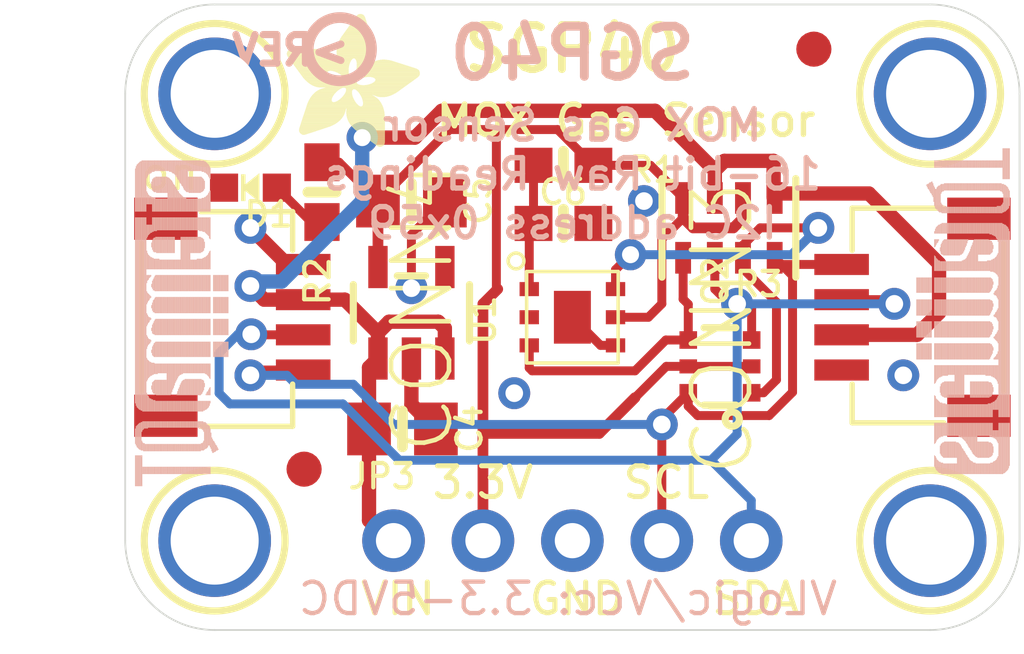
<source format=kicad_pcb>
(kicad_pcb (version 20211014) (generator pcbnew)
  (layers (0 "F.Cu" signal) (31 "B.Cu" signal) (34 "B.Paste" user) (35 "F.Paste" user) (36 "B.SilkS" user "B.Silkscreen") (37 "F.SilkS" user "F.Silkscreen") (38 "B.Mask" user) (39 "F.Mask" user) (44 "Edge.Cuts" user))
  (net 0 "")
  (net 1 "GND")
  (net 2 "SDA")
  (net 3 "SCL")
  (net 4 "SCL_LV")
  (net 5 "SDA_LV")
  (net 6 "VCC")
  (net 7 "N$1")
  (net 8 "3.3V")
  (net 9 "SENSOR_VDD")
  (footprint "boardEagle:0603-NO" (layer "F.Cu") (at 148.2471 100.6856)
    (fp_text reference "R1" (at 1.778 0.127) (layer "F.SilkS") (effects (font (size 0.692831 0.692831) (thickness 0.119969)) (justify left)))
    (fp_text value "4.7ohm")
    (pad "1" smd rect (at -0.85 0) (size 1.075 1) (layers "F.Cu" "F.Paste" "F.Mask") (net 9 "SENSOR_VDD"))
    (pad "2" smd rect (at 0.85 0) (size 1.075 1) (layers "F.Cu" "F.Paste" "F.Mask") (net 8 "3.3V"))
  )
  (footprint "boardEagle:RESPACK_4X0603" (layer "F.Cu") (at 152.9461 102.4636 180)
    (fp_text reference "R3" (at -1.6 -1.6) (layer "F.SilkS") (effects (font (size 0.692831 0.692831) (thickness 0.119969)) (justify right)))
    (fp_text value "10K")
    (pad "1" smd rect (at -1.3 0.85 180) (size 0.45 0.9) (layers "F.Cu" "F.Paste" "F.Mask") (net 6 "VCC"))
    (pad "2" smd rect (at -0.4 0.85 180) (size 0.45 0.9) (layers "F.Cu" "F.Paste" "F.Mask") (net 8 "3.3V"))
    (pad "3" smd rect (at 0.4 0.85 180) (size 0.45 0.9) (layers "F.Cu" "F.Paste" "F.Mask") (net 6 "VCC"))
    (pad "4" smd rect (at 1.3 0.85 180) (size 0.45 0.9) (layers "F.Cu" "F.Paste" "F.Mask") (net 8 "3.3V"))
    (pad "5" smd rect (at 1.3 -0.85 180) (size 0.45 0.9) (layers "F.Cu" "F.Paste" "F.Mask") (net 5 "SDA_LV"))
    (pad "6" smd rect (at 0.4 -0.85 180) (size 0.45 0.9) (layers "F.Cu" "F.Paste" "F.Mask") (net 2 "SDA"))
    (pad "7" smd rect (at -0.4 -0.85 180) (size 0.45 0.9) (layers "F.Cu" "F.Paste" "F.Mask") (net 4 "SCL_LV"))
    (pad "8" smd rect (at -1.3 -0.85 180) (size 0.45 0.9) (layers "F.Cu" "F.Paste" "F.Mask") (net 3 "SCL"))
  )
  (footprint "boardEagle:0603-NO" (layer "F.Cu") (at 148.2471 102.3366)
    (fp_text reference "C6" (at -0.762 -0.889) (layer "F.SilkS") (effects (font (size 0.692831 0.692831) (thickness 0.119969)) (justify left)))
    (fp_text value "0.1uF")
    (pad "1" smd rect (at -0.85 0) (size 1.075 1) (layers "F.Cu" "F.Paste" "F.Mask") (net 9 "SENSOR_VDD"))
    (pad "2" smd rect (at 0.85 0) (size 1.075 1) (layers "F.Cu" "F.Paste" "F.Mask") (net 1 "GND"))
  )
  (footprint "boardEagle:SOT363" (layer "F.Cu") (at 152.6921 106.4006 90)
    (fp_text reference "Q2" (at 1.651 -0.127 90) (layer "F.SilkS") (effects (font (size 0.692831 0.692831) (thickness 0.119969)) (justify left)))
    (fp_text value "BSS138")
    (pad "1" smd rect (at -0.75 0.9 90) (size 0.5 0.5) (layers "F.Cu" "F.Paste" "F.Mask") (net 4 "SCL_LV"))
    (pad "2" smd rect (at 0 0.9 90) (size 0.4 0.5) (layers "F.Cu" "F.Paste" "F.Mask") (net 8 "3.3V"))
    (pad "3" smd rect (at 0.75 0.9 90) (size 0.5 0.5) (layers "F.Cu" "F.Paste" "F.Mask") (net 2 "SDA"))
    (pad "4" smd rect (at 0.75 -0.9 90) (size 0.5 0.5) (layers "F.Cu" "F.Paste" "F.Mask") (net 5 "SDA_LV"))
    (pad "5" smd rect (at 0 -0.9 90) (size 0.4 0.5) (layers "F.Cu" "F.Paste" "F.Mask") (net 8 "3.3V"))
    (pad "6" smd rect (at -0.75 -0.9 90) (size 0.5 0.5) (layers "F.Cu" "F.Paste" "F.Mask") (net 3 "SCL"))
  )
  (footprint "boardEagle:MOUNTINGHOLE_2.5_PLATED" (layer "F.Cu") (at 158.6611 111.3536)
    (fp_text reference "U$32" hide)
    (fp_text value "MOUNTINGHOLE2.5" hide)
    (pad "P$1" thru_hole circle (at 0 0) (size 3.2 3.2) (drill 2.5) (layers *.Cu *.Mask))
  )
  (footprint "boardEagle:JST_SH4" (layer "F.Cu") (at 138.3411 105.0036 -90)
    (fp_text reference "CONN4" (at -4.6 -5.9 90) (layer "F.SilkS") (effects (font (size 1.647139 1.647139) (thickness 0.130861)) (justify right)))
    (fp_text value "STEMMA_I2C_QT" hide)
    (pad "1" smd rect (at -1.5 -2.514) (size 1.55 0.6) (layers "F.Cu" "F.Paste" "F.Mask") (net 1 "GND"))
    (pad "2" smd rect (at -0.5 -2.514) (size 1.55 0.6) (layers "F.Cu" "F.Paste" "F.Mask") (net 6 "VCC"))
    (pad "3" smd rect (at 0.5 -2.514) (size 1.55 0.6) (layers "F.Cu" "F.Paste" "F.Mask") (net 2 "SDA"))
    (pad "4" smd rect (at 1.5 -2.514) (size 1.55 0.6) (layers "F.Cu" "F.Paste" "F.Mask") (net 3 "SCL"))
    (pad "MT1" smd rect (at -2.8 1.386) (size 1.8 1.2) (layers "F.Cu" "F.Paste" "F.Mask") (net 1 "GND"))
    (pad "MT2" smd rect (at 2.8 1.386) (size 1.8 1.2) (layers "F.Cu" "F.Paste" "F.Mask") (net 1 "GND"))
  )
  (footprint "boardEagle:SGP30" (layer "F.Cu") (at 148.5011 105.0036)
    (fp_text reference "X1" hide)
    (fp_text value "SGP40" hide)
    (pad "1" smd rect (at -1.225 -0.8) (size 0.55 0.4) (layers "F.Cu" "F.Paste" "F.Mask") (net 9 "SENSOR_VDD"))
    (pad "2" smd rect (at -1.225 0) (size 0.55 0.4) (layers "F.Cu" "F.Paste" "F.Mask") (net 1 "GND"))
    (pad "3" smd rect (at -1.225 0.8) (size 0.55 0.4) (layers "F.Cu" "F.Paste" "F.Mask") (net 5 "SDA_LV"))
    (pad "4" smd rect (at 1.225 0.8) (size 0.55 0.4) (layers "F.Cu" "F.Paste" "F.Mask") (net 1 "GND"))
    (pad "5" smd rect (at 1.225 0) (size 0.55 0.4) (layers "F.Cu" "F.Paste" "F.Mask") (net 8 "3.3V"))
    (pad "6" smd rect (at 1.225 -0.8) (size 0.55 0.4) (layers "F.Cu" "F.Paste" "F.Mask") (net 4 "SCL_LV"))
    (pad "P$7" smd rect (at 0 0) (size 1.05 1.5) (layers "F.Cu" "F.Paste" "F.Mask") (net 1 "GND"))
  )
  (footprint "boardEagle:JST_SH4" (layer "F.Cu") (at 158.6611 105.0036 90)
    (fp_text reference "CONN3" (at -4.6 -5.9 90) (layer "F.SilkS") (effects (font (size 1.647139 1.647139) (thickness 0.130861)) (justify left)))
    (fp_text value "STEMMA_I2C_QT" hide)
    (pad "1" smd rect (at -1.5 -2.514 180) (size 1.55 0.6) (layers "F.Cu" "F.Paste" "F.Mask") (net 1 "GND"))
    (pad "2" smd rect (at -0.5 -2.514 180) (size 1.55 0.6) (layers "F.Cu" "F.Paste" "F.Mask") (net 6 "VCC"))
    (pad "3" smd rect (at 0.5 -2.514 180) (size 1.55 0.6) (layers "F.Cu" "F.Paste" "F.Mask") (net 2 "SDA"))
    (pad "4" smd rect (at 1.5 -2.514 180) (size 1.55 0.6) (layers "F.Cu" "F.Paste" "F.Mask") (net 3 "SCL"))
    (pad "MT1" smd rect (at -2.8 1.386 180) (size 1.8 1.2) (layers "F.Cu" "F.Paste" "F.Mask") (net 1 "GND"))
    (pad "MT2" smd rect (at 2.8 1.386 180) (size 1.8 1.2) (layers "F.Cu" "F.Paste" "F.Mask") (net 1 "GND"))
  )
  (footprint "boardEagle:0603-NO" (layer "F.Cu") (at 141.3891 101.4476 -90)
    (fp_text reference "R2" (at 1.778 0.127 90) (layer "F.SilkS") (effects (font (size 0.692831 0.692831) (thickness 0.119969)) (justify right)))
    (fp_text value "10K")
    (pad "1" smd rect (at -0.85 0 270) (size 1.075 1) (layers "F.Cu" "F.Paste" "F.Mask") (net 8 "3.3V"))
    (pad "2" smd rect (at 0.85 0 270) (size 1.075 1) (layers "F.Cu" "F.Paste" "F.Mask") (net 7 "N$1"))
  )
  (footprint "boardEagle:MOUNTINGHOLE_2.5_PLATED" (layer "F.Cu") (at 158.6611 98.6536)
    (fp_text reference "U$29" hide)
    (fp_text value "MOUNTINGHOLE2.5" hide)
    (pad "P$1" thru_hole circle (at 0 0) (size 3.2 3.2) (drill 2.5) (layers *.Cu *.Mask))
  )
  (footprint "boardEagle:1X05_ROUND_70" (layer "F.Cu") (at 148.5011 111.3536)
    (fp_text reference "JP3" (at -6.4262 -1.8288) (layer "F.SilkS") (effects (font (size 0.692831 0.692831) (thickness 0.119969)) (justify left)))
    (fp_text value "")
    (pad "1" thru_hole circle (at -5.08 0 90) (size 1.778 1.778) (drill 1) (layers *.Cu *.Mask) (net 6 "VCC"))
    (pad "2" thru_hole circle (at -2.54 0 90) (size 1.778 1.778) (drill 1) (layers *.Cu *.Mask) (net 8 "3.3V"))
    (pad "3" thru_hole circle (at 0 0 90) (size 1.778 1.778) (drill 1) (layers *.Cu *.Mask) (net 1 "GND"))
    (pad "4" thru_hole circle (at 2.54 0 90) (size 1.778 1.778) (drill 1) (layers *.Cu *.Mask) (net 3 "SCL"))
    (pad "5" thru_hole circle (at 5.08 0 90) (size 1.778 1.778) (drill 1) (layers *.Cu *.Mask) (net 2 "SDA"))
  )
  (footprint "boardEagle:CHIPLED_0603_NOOUTLINE" (layer "F.Cu") (at 139.3571 101.3206 90)
    (fp_text reference "D1" (at -0.762 1.27) (layer "F.SilkS") (effects (font (size 0.692831 0.692831) (thickness 0.119969)) (justify right)))
    (fp_text value "Green")
    (pad "A" smd rect (at 0 0.75 90) (size 0.8 0.8) (layers "F.Cu" "F.Paste" "F.Mask") (net 7 "N$1"))
    (pad "C" smd rect (at 0 -0.75 90) (size 0.8 0.8) (layers "F.Cu" "F.Paste" "F.Mask") (net 1 "GND"))
  )
  (footprint "boardEagle:FIDUCIAL_1MM" (layer "F.Cu") (at 155.3591 97.3836)
    (fp_text reference "FID4" hide)
    (fp_text value "FIDUCIAL_1MM" hide)
    (pad "1" smd roundrect (at 0 0) (size 1 1) (layers "F.Cu" "F.Mask") (roundrect_rratio 0.5))
  )
  (footprint "boardEagle:ADAFRUIT_3.5MM" (layer "F.Cu") (at 140.3731 100.1776)
    (fp_text reference "U$34" hide)
    (fp_text value "" hide)
  )
  (footprint "boardEagle:0805-NO" (layer "F.Cu") (at 143.9291 101.7016)
    (fp_text reference "C5" (at 1.905 -0.762 90) (layer "F.SilkS") (effects (font (size 0.692831 0.692831) (thickness 0.119969)) (justify right)))
    (fp_text value "10uF")
    (pad "1" smd rect (at -0.95 0) (size 1.24 1.5) (layers "F.Cu" "F.Paste" "F.Mask") (net 8 "3.3V"))
    (pad "2" smd rect (at 0.95 0) (size 1.24 1.5) (layers "F.Cu" "F.Paste" "F.Mask") (net 1 "GND"))
  )
  (footprint "boardEagle:0805-NO" (layer "F.Cu") (at 143.6751 108.1786)
    (fp_text reference "C4" (at 1.905 -0.762 90) (layer "F.SilkS") (effects (font (size 0.692831 0.692831) (thickness 0.119969)) (justify right)))
    (fp_text value "10uF")
    (pad "1" smd rect (at -0.95 0) (size 1.24 1.5) (layers "F.Cu" "F.Paste" "F.Mask") (net 6 "VCC"))
    (pad "2" smd rect (at 0.95 0) (size 1.24 1.5) (layers "F.Cu" "F.Paste" "F.Mask") (net 1 "GND"))
  )
  (footprint "boardEagle:SOT23-5" (layer "F.Cu") (at 143.9291 104.8766)
    (fp_text reference "U1" (at 2.032 -0.562 90) (layer "F.SilkS") (effects (font (size 0.692831 0.692831) (thickness 0.119969)) (justify right)))
    (fp_text value "AP2112-3.3K")
    (pad "1" smd rect (at -0.95 1.3001) (size 0.55 1.2) (layers "F.Cu" "F.Paste" "F.Mask") (net 6 "VCC"))
    (pad "2" smd rect (at 0 1.3001) (size 0.55 1.2) (layers "F.Cu" "F.Paste" "F.Mask") (net 1 "GND"))
    (pad "3" smd rect (at 0.95 1.3001) (size 0.55 1.2) (layers "F.Cu" "F.Paste" "F.Mask") (net 6 "VCC"))
    (pad "4" smd rect (at 0.95 -1.3001) (size 0.55 1.2) (layers "F.Cu" "F.Paste" "F.Mask"))
    (pad "5" smd rect (at -0.95 -1.3001) (size 0.55 1.2) (layers "F.Cu" "F.Paste" "F.Mask") (net 8 "3.3V"))
  )
  (footprint "boardEagle:FIDUCIAL_1MM" (layer "F.Cu") (at 140.8811 109.3216)
    (fp_text reference "FID3" hide)
    (fp_text value "FIDUCIAL_1MM" hide)
    (pad "1" smd roundrect (at 0 0) (size 1 1) (layers "F.Cu" "F.Mask") (roundrect_rratio 0.5))
  )
  (footprint "boardEagle:MOUNTINGHOLE_2.5_PLATED" (layer "F.Cu") (at 138.3411 98.6536)
    (fp_text reference "U$28" hide)
    (fp_text value "MOUNTINGHOLE2.5" hide)
    (pad "P$1" thru_hole circle (at 0 0) (size 3.2 3.2) (drill 2.5) (layers *.Cu *.Mask))
  )
  (footprint "boardEagle:MOUNTINGHOLE_2.5_PLATED" (layer "F.Cu") (at 138.3411 111.3536)
    (fp_text reference "U$31" hide)
    (fp_text value "MOUNTINGHOLE2.5" hide)
    (pad "P$1" thru_hole circle (at 0 0) (size 3.2 3.2) (drill 2.5) (layers *.Cu *.Mask))
  )
  (footprint "boardEagle:PCBFEAT-REV-040" (layer "B.Cu") (at 141.8971 97.3836 180)
    (fp_text reference "U$35" hide)
    (fp_text value "" hide)
    (fp_text user ">REV" (at -0.3556 -0.508) (layer "B.SilkS") (effects (font (size 0.8128 0.8128) (thickness 0.2032)) (justify left bottom mirror)))
  )
  (footprint "boardEagle:STEMMAQT" (layer "B.Cu") (at 158.2801 109.4486 90)
    (fp_text reference "U$36" hide)
    (fp_text value "" hide)
  )
  (footprint "boardEagle:STEMMAQT" (layer "B.Cu") (at 138.7221 100.5586 -90)
    (fp_text reference "U$37" hide)
    (fp_text value "" hide)
  )
  (gr_line (start 158.6611 96.1136) (end 138.3411 96.1136) (layer "Edge.Cuts") (width 0.05))
  (gr_line (start 135.8011 98.6536) (end 135.8011 111.3536) (layer "Edge.Cuts") (width 0.05))
  (gr_line (start 138.3411 113.8936) (end 158.6611 113.8936) (layer "Edge.Cuts") (width 0.05))
  (gr_arc (start 138.3411 113.8936) (mid 136.545049 113.149651) (end 135.8011 111.3536) (layer "Edge.Cuts") (width 0.05))
  (gr_arc (start 158.6611 96.1136) (mid 160.457151 96.857549) (end 161.2011 98.6536) (layer "Edge.Cuts") (width 0.05))
  (gr_line (start 161.2011 111.3536) (end 161.2011 98.6536) (layer "Edge.Cuts") (width 0.05))
  (gr_arc (start 135.8011 98.6536) (mid 136.545049 96.857549) (end 138.3411 96.1136) (layer "Edge.Cuts") (width 0.05))
  (gr_arc (start 161.2011 111.3536) (mid 160.457151 113.149651) (end 158.6611 113.8936) (layer "Edge.Cuts") (width 0.05))
  (gr_text "MOX Gas Sensor\n16-bit Raw Readings\nI2C address 0x59" (at 148.5011 100.9396) (layer "B.SilkS") (effects (font (size 0.8636 0.8636) (thickness 0.1524)) (justify mirror)))
  (gr_text "SGP40" (at 148.5011 97.5106) (layer "B.SilkS") (effects (font (size 1.42494 1.42494) (thickness 0.25146)) (justify mirror)))
  (gr_text "VLogic/Vcc: 3.3-5VDC" (at 148.3741 113.0046) (layer "B.SilkS") (effects (font (size 0.89408 0.89408) (thickness 0.12192)) (justify mirror)))
  (gr_text "SDA" (at 153.7081 113.0046) (layer "F.SilkS") (effects (font (size 0.87376 0.87376) (thickness 0.14224))))
  (gr_text "MOX Gas Sensor" (at 150.0251 99.4156) (layer "F.SilkS") (effects (font (size 0.8636 0.8636) (thickness 0.1524))))
  (gr_text "GND" (at 148.6281 113.0046) (layer "F.SilkS") (effects (font (size 0.87376 0.87376) (thickness 0.14224))))
  (gr_text "on" (at 136.1821 101.4476) (layer "F.SilkS") (effects (font (size 0.89408 0.89408) (thickness 0.12192)) (justify left bottom)))
  (gr_text "3.3V" (at 145.9611 109.7026) (layer "F.SilkS") (effects (font (size 0.87376 0.87376) (thickness 0.14224))))
  (gr_text "SCL" (at 151.1681 109.7026) (layer "F.SilkS") (effects (font (size 0.87376 0.87376) (thickness 0.14224))))
  (gr_text "VIN" (at 143.5481 113.0046) (layer "F.SilkS") (effects (font (size 0.87376 0.87376) (thickness 0.14224))))
  (gr_text "SGP40" (at 148.5011 97.3836) (layer "F.SilkS") (effects (font (size 1.25222 1.25222) (thickness 0.22098))))
  (segment (start 144.8791 101.7016) (end 143.9291 102.6516) (width 0.254) (layer "F.Cu") (net 1))
  (segment (start 149.3011 105.8036) (end 148.5011 105.0036) (width 0.254) (layer "F.Cu") (net 1))
  (segment (start 140.3971 103.5036) (end 139.3571 102.4636) (width 0.4064) (layer "F.Cu") (net 1))
  (segment (start 144.6251 108.1786) (end 143.9291 107.4826) (width 0.4064) (layer "F.Cu") (net 1))
  (segment (start 143.9291 106.1767) (end 143.9291 107.4826) (width 0.4064) (layer "F.Cu") (net 1))
  (segment (start 140.8551 103.5036) (end 140.3971 103.5036) (width 0.4064) (layer "F.Cu") (net 1))
  (segment (start 149.7261 105.8036) (end 149.3011 105.8036) (width 0.254) (layer "F.Cu") (net 1))
  (segment (start 143.9291 102.6516) (end 143.9291 104.1781) (width 0.254) (layer "F.Cu") (net 1))
  (via (at 143.9291 104.1781) (size 0.9064) (drill 0.5) (layers "F.Cu" "B.Cu") (net 1))
  (via (at 139.3571 102.4636) (size 0.9064) (drill 0.5) (layers "F.Cu" "B.Cu") (net 1))
  (via (at 146.8501 107.1626) (size 0.9064) (drill 0.5) (layers "F.Cu" "B.Cu") (net 1))
  (via (at 150.5331 101.7016) (size 0.9064) (drill 0.5) (layers "F.Cu" "B.Cu") (net 1))
  (via (at 157.8991 106.6546) (size 0.9064) (drill 0.5) (layers "F.Cu" "B.Cu") (net 1))
  (segment (start 156.1471 104.5036) (end 157.5261 104.5036) (width 0.254) (layer "F.Cu") (net 2))
  (segment (start 140.8551 105.5036) (end 139.379706 105.5036) (width 0.254) (layer "F.Cu") (net 2))
  (segment (start 139.379706 105.5036) (end 139.379706 105.488994) (width 0.254) (layer "F.Cu") (net 2))
  (segment (start 152.5461 103.3136) (end 152.5461 104.2026) (width 0.254) (layer "F.Cu") (net 2))
  (segment (start 152.9661 104.6226) (end 153.1811 104.6226) (width 0.254) (layer "F.Cu") (net 2))
  (segment (start 153.5921 104.7616) (end 153.1811 104.7616) (width 0.254) (layer "F.Cu") (net 2))
  (segment (start 153.1811 104.6226) (end 153.1811 104.7616) (width 0.254) (layer "F.Cu") (net 2))
  (segment (start 153.5921 104.7616) (end 153.5921 105.6506) (width 0.254) (layer "F.Cu") (net 2))
  (segment (start 152.9661 104.6226) (end 152.5461 104.2026) (width 0.254) (layer "F.Cu") (net 2))
  (segment (start 157.5261 104.5036) (end 157.6451 104.6226) (width 0.254) (layer "F.Cu") (net 2))
  (via (at 139.379706 105.488994) (size 0.9064) (drill 0.5) (layers "F.Cu" "B.Cu") (net 2))
  (via (at 157.6451 104.6226) (size 0.9064) (drill 0.5) (layers "F.Cu" "B.Cu") (net 2))
  (via (at 153.1811 104.6226) (size 0.9064) (drill 0.5) (layers "F.Cu" "B.Cu") (net 2))
  (segment (start 138.998706 105.488994) (end 138.4681 106.0196) (width 0.254) (layer "B.Cu") (net 2))
  (segment (start 143.5832 109.0676) (end 152.4381 109.0676) (width 0.254) (layer "B.Cu") (net 2))
  (segment (start 157.6451 104.6226) (end 153.1811 104.6226) (width 0.254) (layer "B.Cu") (net 2))
  (segment (start 153.1811 104.6226) (end 153.1811 108.3246) (width 0.254) (layer "B.Cu") (net 2))
  (segment (start 141.983 107.4674) (end 143.5832 109.0676) (width 0.254) (layer "B.Cu") (net 2))
  (segment (start 139.379706 105.488994) (end 138.998706 105.488994) (width 0.254) (layer "B.Cu") (net 2))
  (segment (start 138.4681 107.1626) (end 138.7729 107.4674) (width 0.254) (layer "B.Cu") (net 2))
  (segment (start 153.5811 111.3536) (end 153.5811 110.2106) (width 0.254) (layer "B.Cu") (net 2))
  (segment (start 153.5811 110.2106) (end 152.4381 109.0676) (width 0.254) (layer "B.Cu") (net 2))
  (segment (start 153.1811 108.3246) (end 152.4381 109.0676) (width 0.254) (layer "B.Cu") (net 2))
  (segment (start 138.4681 106.0196) (end 138.4681 107.1626) (width 0.254) (layer "B.Cu") (net 2))
  (segment (start 138.7729 107.4674) (end 141.983 107.4674) (width 0.254) (layer "B.Cu") (net 2))
  (segment (start 140.8551 106.5036) (end 139.5081 106.5036) (width 0.254) (layer "F.Cu") (net 3))
  (segment (start 154.2461 103.3136) (end 154.7541 103.8216) (width 0.254) (layer "F.Cu") (net 3))
  (segment (start 151.7916 107.5321) (end 151.7916 107.1511) (width 0.254) (layer "F.Cu") (net 3))
  (segment (start 152.0571 107.7976) (end 151.7916 107.5321) (width 0.254) (layer "F.Cu") (net 3))
  (segment (start 139.5081 106.5036) (end 139.3571 106.6546) (width 0.254) (layer "F.Cu") (net 3))
  (segment (start 154.7541 107.1326) (end 154.0891 107.7976) (width 0.254) (layer "F.Cu") (net 3))
  (segment (start 154.0891 107.7976) (end 152.0571 107.7976) (width 0.254) (layer "F.Cu") (net 3))
  (segment (start 151.0411 111.3536) (end 151.0411 111.0996) (width 0.3048) (layer "F.Cu") (net 3))
  (segment (start 151.0411 111.0996) (end 151.0411 108.0516) (width 0.254) (layer "F.Cu") (net 3))
  (segment (start 151.7921 107.1506) (end 151.0411 107.9016) (width 0.254) (layer "F.Cu") (net 3))
  (segment (start 154.7541 103.8216) (end 154.7541 107.1326) (width 0.254) (layer "F.Cu") (net 3))
  (segment (start 156.1471 103.5036) (end 154.4361 103.5036) (width 0.254) (layer "F.Cu") (net 3))
  (segment (start 151.7921 107.1506) (end 151.7916 107.1511) (width 0.254) (layer "F.Cu") (net 3))
  (segment (start 151.0411 107.9016) (end 151.0411 108.0516) (width 0.254) (layer "F.Cu") (net 3))
  (segment (start 154.4361 103.5036) (end 154.2461 103.3136) (width 0.254) (layer "F.Cu") (net 3))
  (via (at 151.0411 108.0516) (size 0.9064) (drill 0.5) (layers "F.Cu" "B.Cu") (net 3))
  (via (at 139.3571 106.6546) (size 0.9064) (drill 0.5) (layers "F.Cu" "B.Cu") (net 3))
  (segment (start 139.3571 106.6546) (end 140.396262 106.6546) (width 0.254) (layer "B.Cu") (net 3))
  (segment (start 142.2781 106.9086) (end 140.650262 106.9086) (width 0.254) (layer "B.Cu") (net 3))
  (segment (start 151.0411 108.0516) (end 143.4211 108.0516) (width 0.254) (layer "B.Cu") (net 3))
  (segment (start 143.4211 108.0516) (end 142.2781 106.9086) (width 0.254) (layer "B.Cu") (net 3))
  (segment (start 140.396262 106.6546) (end 140.650262 106.9086) (width 0.254) (layer "B.Cu") (net 3))
  (segment (start 154.2969 106.7816) (end 153.9279 107.1506) (width 0.254) (layer "F.Cu") (net 4))
  (segment (start 153.3461 103.3136) (end 153.3461 103.6256) (width 0.254) (layer "F.Cu") (net 4))
  (segment (start 153.5921 107.1506) (end 153.9279 107.1506) (width 0.254) (layer "F.Cu") (net 4))
  (segment (start 149.7261 104.2036) (end 149.7261 103.6516) (width 0.254) (layer "F.Cu") (net 4))
  (segment (start 153.8351 102.4636) (end 155.4861 102.4636) (width 0.254) (layer "F.Cu") (net 4))
  (segment (start 153.3461 103.3136) (end 153.3461 102.9526) (width 0.254) (layer "F.Cu") (net 4))
  (segment (start 153.3461 102.9526) (end 153.8351 102.4636) (width 0.254) (layer "F.Cu") (net 4))
  (segment (start 154.2969 104.5764) (end 154.2969 106.7816) (width 0.254) (layer "F.Cu") (net 4))
  (segment (start 149.7261 103.6516) (end 150.1521 103.2256) (width 0.254) (layer "F.Cu") (net 4))
  (segment (start 153.3461 103.6256) (end 154.2969 104.5764) (width 0.254) (layer "F.Cu") (net 4))
  (via (at 155.4861 102.4636) (size 0.9064) (drill 0.5) (layers "F.Cu" "B.Cu") (net 4))
  (via (at 150.1521 103.2256) (size 0.889) (drill 0.4826) (layers "F.Cu" "B.Cu") (net 4))
  (segment (start 150.1521 103.2256) (end 154.7241 103.2256) (width 0.254) (layer "B.Cu") (net 4))
  (segment (start 154.7241 103.2256) (end 155.4861 102.4636) (width 0.254) (layer "B.Cu") (net 4))
  (segment (start 150.2791 106.5276) (end 151.1561 105.6506) (width 0.254) (layer "F.Cu") (net 5))
  (segment (start 147.2761 106.4456) (end 147.3581 106.5276) (width 0.254) (layer "F.Cu") (net 5))
  (segment (start 151.6461 104.4886) (end 151.6461 103.3136) (width 0.254) (layer "F.Cu") (net 5))
  (segment (start 147.2761 105.8036) (end 147.2761 106.4456) (width 0.254) (layer "F.Cu") (net 5))
  (segment (start 151.7921 105.6506) (end 151.7921 104.6346) (width 0.254) (layer "F.Cu") (net 5))
  (segment (start 151.7921 104.6346) (end 151.6461 104.4886) (width 0.254) (layer "F.Cu") (net 5))
  (segment (start 151.1561 105.6506) (end 151.7921 105.6506) (width 0.254) (layer "F.Cu") (net 5))
  (segment (start 147.3581 106.5276) (end 150.2791 106.5276) (width 0.254) (layer "F.Cu") (net 5))
  (segment (start 142.7251 108.1786) (end 142.7251 110.7796) (width 0.4064) (layer "F.Cu") (net 6))
  (segment (start 140.8551 104.5036) (end 142.0371 104.5036) (width 0.4064) (layer "F.Cu") (net 6))
  (segment (start 142.9791 106.1767) (end 142.7251 106.4307) (width 0.4064) (layer "F.Cu") (net 6))
  (segment (start 152.5461 100.8316) (end 152.8191 100.5586) (width 0.4064) (layer "F.Cu") (net 6))
  (segment (start 150.8507 99.1362) (end 144.790156 99.1362) (width 0.4064) (layer "F.Cu") (net 6))
  (segment (start 156.9221 101.4866) (end 154.3731 101.4866) (width 0.4064) (layer "F.Cu") (net 6))
  (segment (start 144.028156 99.8982) (end 142.5321 99.8982) (width 0.4064) (layer "F.Cu") (net 6))
  (segment (start 142.7251 110.7796) (end 143.2991 111.3536) (width 0.4064) (layer "F.Cu") (net 6))
  (segment (start 142.7251 106.4307) (end 142.7251 108.1786) (width 0.4064) (layer "F.Cu") (net 6))
  (segment (start 154.2161 101.5836) (end 154.2461 101.6136) (width 0.4064) (layer "F.Cu") (net 6))
  (segment (start 154.2461 101.6136) (end 154.3731 101.4866) (width 0.4064) (layer "F.Cu") (net 6))
  (segment (start 158.9151 103.4796) (end 156.9221 101.4866) (width 0.4064) (layer "F.Cu") (net 6))
  (segment (start 144.8791 105.3186) (end 144.691096 105.1306) (width 0.4064) (layer "F.Cu") (net 6))
  (segment (start 142.0371 104.5036) (end 142.9791 105.4456) (width 0.4064) (layer "F.Cu") (net 6))
  (segment (start 154.2161 100.5586) (end 154.2161 101.5836) (width 0.4064) (layer "F.Cu") (net 6))
  (segment (start 139.7461 104.5036) (end 139.3571 104.1146) (width 0.4064) (layer "F.Cu") (net 6))
  (segment (start 156.1471 105.5036) (end 158.2881 105.5036) (width 0.4064) (layer "F.Cu") (net 6))
  (segment (start 152.5461 101.6136) (end 152.5461 100.8316) (width 0.4064) (layer "F.Cu") (net 6))
  (segment (start 152.5461 100.8316) (end 150.8507 99.1362) (width 0.4064) (layer "F.Cu") (net 6))
  (segment (start 144.790156 99.1362) (end 144.028156 99.8982) (width 0.4064) (layer "F.Cu") (net 6))
  (segment (start 143.2941 105.1306) (end 142.9791 105.4456) (width 0.4064) (layer "F.Cu") (net 6))
  (segment (start 143.2991 111.3536) (end 143.4211 111.3536) (width 0.4064) (layer "F.Cu") (net 6))
  (segment (start 152.8191 100.5586) (end 154.2161 100.5586) (width 0.4064) (layer "F.Cu") (net 6))
  (segment (start 158.2881 105.5036) (end 158.9151 104.8766) (width 0.4064) (layer "F.Cu") (net 6))
  (segment (start 144.691096 105.1306) (end 143.2941 105.1306) (width 0.4064) (layer "F.Cu") (net 6))
  (segment (start 142.9791 105.4456) (end 142.9791 106.1767) (width 0.4064) (layer "F.Cu") (net 6))
  (segment (start 140.8551 104.5036) (end 139.7461 104.5036) (width 0.4064) (layer "F.Cu") (net 6))
  (segment (start 158.9151 104.8766) (end 158.9151 103.4796) (width 0.4064) (layer "F.Cu") (net 6))
  (segment (start 144.8791 106.1767) (end 144.8791 105.3186) (width 0.4064) (layer "F.Cu") (net 6))
  (via (at 142.5321 99.8982) (size 0.889) (drill 0.4826) (layers "F.Cu" "B.Cu") (net 6))
  (via (at 139.3571 104.1146) (size 0.9064) (drill 0.5) (layers "F.Cu" "B.Cu") (net 6))
  (segment (start 139.3571 103.9876) (end 139.3571 104.1146) (width 0.4064) (layer "B.Cu") (net 6))
  (segment (start 140.2461 103.9876) (end 139.3571 103.9876) (width 0.4064) (layer "B.Cu") (net 6))
  (segment (start 142.5321 99.8982) (end 142.5321 101.7016) (width 0.4064) (layer "B.Cu") (net 6))
  (segment (start 142.5321 101.7016) (end 140.2461 103.9876) (width 0.4064) (layer "B.Cu") (net 6))
  (segment (start 140.1071 101.3206) (end 141.0841 102.2976) (width 0.254) (layer "F.Cu") (net 7))
  (segment (start 141.0841 102.2976) (end 141.3891 102.2976) (width 0.254) (layer "F.Cu") (net 7))
  (segment (start 146.3421 99.7966) (end 146.3421 104.1656) (width 0.254) (layer "F.Cu") (net 8))
  (segment (start 141.8751 100.5976) (end 142.9791 101.7016) (width 0.254) (layer "F.Cu") (net 8))
  (segment (start 151.0411 104.6226) (end 151.0411 102.776625) (width 0.254) (layer "F.Cu") (net 8))
  (segment (start 141.3891 100.5976) (end 141.8751 100.5976) (width 0.254) (layer "F.Cu") (net 8))
  (segment (start 145.9611 104.6226) (end 145.9611 108.3056) (width 0.3048) (layer "F.Cu") (net 8))
  (segment (start 148.0811 99.6696) (end 149.0971 100.6856) (width 0.254) (layer "F.Cu") (net 8))
  (segment (start 150.7181 100.6856) (end 151.6461 101.6136) (width 0.254) (layer "F.Cu") (net 8))
  (segment (start 142.9791 101.7016) (end 142.9791 103.5765) (width 0.3048) (layer "F.Cu") (net 8))
  (segment (start 145.9611 111.3536) (end 145.9611 110.9726) (width 0.254) (layer "F.Cu") (net 8))
  (segment (start 149.2631 108.3056) (end 150.2791 107.2896) (width 0.3048) (layer "F.Cu") (net 8))
  (segment (start 151.9301 102.4636) (end 151.6461 102.1796) (width 0.3048) (layer "F.Cu") (net 8))
  (segment (start 145.0111 99.6696) (end 146.4691 99.6696) (width 0.254) (layer "F.Cu") (net 8))
  (segment (start 146.3421 104.1656) (end 146.3801 104.2036) (width 0.254) (layer "F.Cu") (net 8))
  (segment (start 149.7261 105.0036) (end 150.6601 105.0036) (width 0.254) (layer "F.Cu") (net 8))
  (segment (start 146.4691 99.6696) (end 148.0811 99.6696) (width 0.254) (layer "F.Cu") (net 8))
  (segment (start 151.0411 104.6226) (end 150.6601 105.0036) (width 0.254) (layer "F.Cu") (net 8))
  (segment (start 151.1681 106.4006) (end 151.7921 106.4006) (width 0.254) (layer "F.Cu") (net 8))
  (segment (start 151.6461 102.1796) (end 151.6461 101.6136) (width 0.3048) (layer "F.Cu") (net 8))
  (segment (start 151.0411 102.776625) (end 151.284325 102.5334) (width 0.254) (layer "F.Cu") (net 8))
  (segment (start 146.4691 99.6696) (end 146.3421 99.7966) (width 0.254) (layer "F.Cu") (net 8))
  (segment (start 150.2791 107.2896) (end 151.1681 106.4006) (width 0.254) (layer "F.Cu") (net 8))
  (segment (start 151.284325 102.5334) (end 151.2923 102.5334) (width 0.254) (layer "F.Cu") (net 8))
  (segment (start 151.2923 102.5334) (end 151.6461 102.1796) (width 0.254) (layer "F.Cu") (net 8))
  (segment (start 146.3801 104.2036) (end 145.9611 104.6226) (width 0.3048) (layer "F.Cu") (net 8))
  (segment (start 145.9611 108.3056) (end 149.2631 108.3056) (width 0.3048) (layer "F.Cu") (net 8))
  (segment (start 151.7921 106.4006) (end 153.5921 106.4006) (width 0.254) (layer "F.Cu") (net 8))
  (segment (start 145.9611 108.3056) (end 145.9611 110.9726) (width 0.3048) (layer "F.Cu") (net 8))
  (segment (start 142.9791 101.7016) (end 145.0111 99.6696) (width 0.254) (layer "F.Cu") (net 8))
  (segment (start 153.3461 101.6136) (end 153.3461 102.1906) (width 0.254) (layer "F.Cu") (net 8))
  (segment (start 149.0971 100.6856) (end 150.7181 100.6856) (width 0.254) (layer "F.Cu") (net 8))
  (segment (start 153.0731 102.4636) (end 151.9301 102.4636) (width 0.3048) (layer "F.Cu") (net 8))
  (segment (start 153.3461 102.1906) (end 153.0731 102.4636) (width 0.3048) (layer "F.Cu") (net 8))
  (segment (start 147.2761 104.2036) (end 147.2761 102.4576) (width 0.254) (layer "F.Cu") (net 9))
  (segment (start 147.3971 100.6856) (end 147.3971 102.3366) (width 0.254) (layer "F.Cu") (net 9))
  (segment (start 147.2761 102.4576) (end 147.3971 102.3366) (width 0.254) (layer "F.Cu") (net 9))
)
</source>
